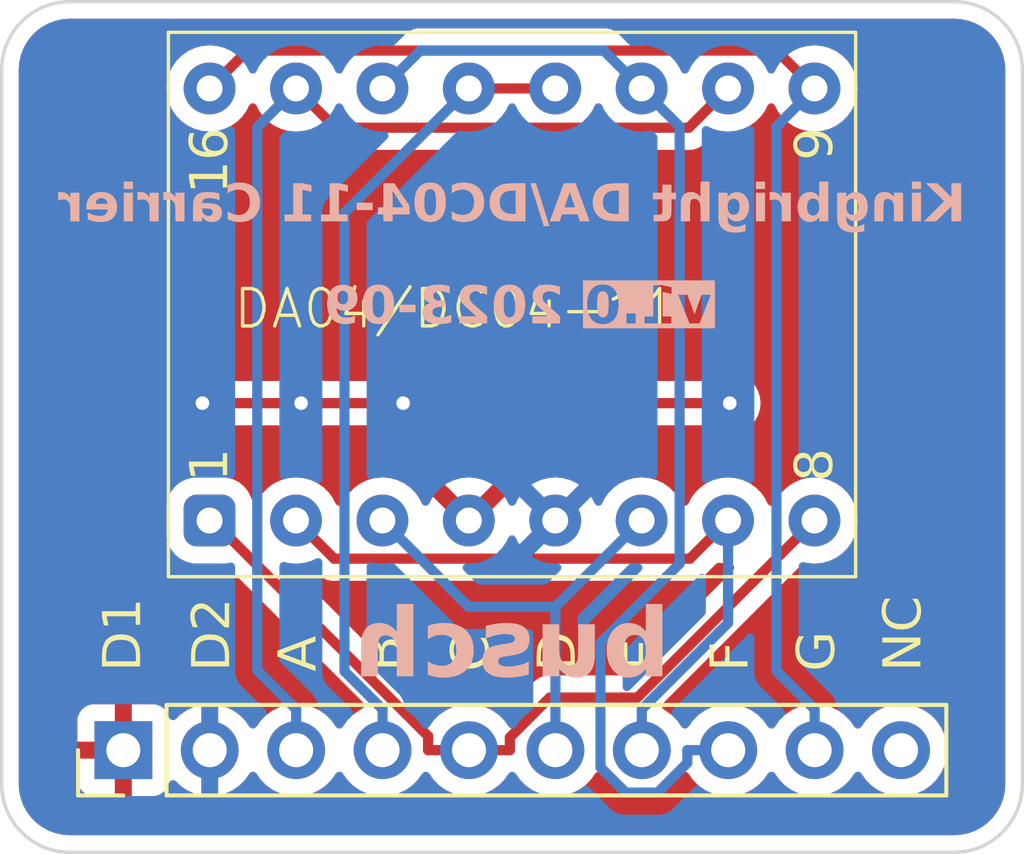
<source format=kicad_pcb>
(kicad_pcb (version 20221018) (generator pcbnew)
  (title_block (title "Kingbright DA/DC04-11 Carrier") (date "2023-09") (rev "v1.0"))
  (layers (0 "F.Cu" signal) (31 "B.Cu" signal) (34 "B.Paste" user) (35 "F.Paste" user) (36 "B.SilkS" user "B.Silkscreen") (37 "F.SilkS" user "F.Silkscreen") (38 "B.Mask" user) (39 "F.Mask" user) (44 "Edge.Cuts" user))
  (net 0 "")
  (net 1 "/DIG_1")
  (net 2 "/DIG_2")
  (net 3 "/A")
  (net 4 "/B")
  (net 5 "/C")
  (net 6 "/D")
  (net 7 "/E")
  (net 8 "/F")
  (net 9 "/G")
  (footprint "Connector_PinHeader_2.54mm:PinHeader_1x10_P2.54mm_Vertical" (layer "F.Cu") (at 43.575 62 90)
    (fp_text reference "J1" hide)
    (fp_text value "Conn_01x10_Pin" hide)
    (fp_line (start -1.33 -1.33) (end 0 -1.33) (stroke (width 0.12)) (layer "F.SilkS"))
    (fp_line (start -1.33 0) (end -1.33 -1.33) (stroke (width 0.12)) (layer "F.SilkS"))
    (fp_line (start -1.33 1.27) (end -1.33 24.19) (stroke (width 0.12)) (layer "F.SilkS"))
    (fp_line (start -1.33 1.27) (end 1.33 1.27) (stroke (width 0.12)) (layer "F.SilkS"))
    (fp_line (start -1.33 24.19) (end 1.33 24.19) (stroke (width 0.12)) (layer "F.SilkS"))
    (fp_line (start 1.33 1.27) (end 1.33 24.19) (stroke (width 0.12)) (layer "F.SilkS"))
    (pad "1" thru_hole rect (at 0 0 90) (size 1.7 1.7) (drill 1) (layers "*.Cu" "*.Mask") (net 1 "/DIG_1"))
    (pad "2" thru_hole oval (at 0 2.54 90) (size 1.7 1.7) (drill 1) (layers "*.Cu" "*.Mask") (net 2 "/DIG_2"))
    (pad "3" thru_hole oval (at 0 5.08 90) (size 1.7 1.7) (drill 1) (layers "*.Cu" "*.Mask") (net 3 "/A"))
    (pad "4" thru_hole oval (at 0 7.62 90) (size 1.7 1.7) (drill 1) (layers "*.Cu" "*.Mask") (net 4 "/B"))
    (pad "5" thru_hole oval (at 0 10.16 90) (size 1.7 1.7) (drill 1) (layers "*.Cu" "*.Mask") (net 5 "/C"))
    (pad "6" thru_hole oval (at 0 12.7 90) (size 1.7 1.7) (drill 1) (layers "*.Cu" "*.Mask") (net 6 "/D"))
    (pad "7" thru_hole oval (at 0 15.24 90) (size 1.7 1.7) (drill 1) (layers "*.Cu" "*.Mask") (net 7 "/E"))
    (pad "8" thru_hole oval (at 0 17.78 90) (size 1.7 1.7) (drill 1) (layers "*.Cu" "*.Mask") (net 8 "/F"))
    (pad "9" thru_hole oval (at 0 20.32 90) (size 1.7 1.7) (drill 1) (layers "*.Cu" "*.Mask") (net 9 "/G"))
    (pad "10" thru_hole oval (at 0 22.86 90) (size 1.7 1.7) (drill 1) (layers "*.Cu" "*.Mask"))
  )
  (footprint "HB-Custom-Parts:DA04-11GWA" (layer "F.Cu") (at 44.9 56.9)
    (fp_text reference "DA04/DC04-11" (at 8.44 -7.874 unlocked) (layer "F.SilkS") (effects (font (size 1.1 1.1) (thickness 0.1))))
    (fp_text value "DA04-11GWA" hide)
    (fp_text user "16" (at 1.27 -13.208 90 unlocked) (layer "F.SilkS") (effects (font (size 1.1 1.1) (thickness 0.1)) (justify right)))
    (fp_text user "8" (at 19.05 -2.794 90 unlocked) (layer "F.SilkS") (effects (font (size 1.1 1.1) (thickness 0.1)) (justify left)))
    (fp_text user "1" (at 1.27 -2.794 90 unlocked) (layer "F.SilkS") (effects (font (size 1.1 1.1) (thickness 0.1)) (justify left)))
    (fp_text user "9" (at 19.05 -13.208 90 unlocked) (layer "F.SilkS") (effects (font (size 1.1 1.1) (thickness 0.1)) (justify right)))
    (fp_line (start 0 -16) (end 0 0) (stroke (width 0.1)) (layer "F.SilkS"))
    (fp_line (start 0 0) (end 20.2 0) (stroke (width 0.1)) (layer "F.SilkS"))
    (fp_line (start 20.2 -16) (end 0 -16) (stroke (width 0.1)) (layer "F.SilkS"))
    (fp_line (start 20.2 0) (end 20.2 -16) (stroke (width 0.1)) (layer "F.SilkS"))
    (pad "1" thru_hole roundrect (at 1.21 -1.65) (size 1.524 1.524) (drill 0.762) (layers "*.Cu" "*.Mask") (net 5 "/C"))
    (pad "2" thru_hole circle (at 3.75 -1.65) (size 1.524 1.524) (drill 0.762) (layers "*.Cu" "*.Mask") (net 7 "/E"))
    (pad "3" thru_hole circle (at 6.29 -1.65) (size 1.524 1.524) (drill 0.762) (layers "*.Cu" "*.Mask") (net 6 "/D"))
    (pad "4" thru_hole circle (at 8.83 -1.65) (size 1.524 1.524) (drill 0.762) (layers "*.Cu" "*.Mask") (net 1 "/DIG_1"))
    (pad "5" thru_hole circle (at 11.37 -1.65) (size 1.524 1.524) (drill 0.762) (layers "*.Cu" "*.Mask") (net 2 "/DIG_2"))
    (pad "6" thru_hole circle (at 13.91 -1.65) (size 1.524 1.524) (drill 0.762) (layers "*.Cu" "*.Mask") (net 6 "/D"))
    (pad "7" thru_hole circle (at 16.45 -1.65) (size 1.524 1.524) (drill 0.762) (layers "*.Cu" "*.Mask") (net 7 "/E"))
    (pad "8" thru_hole circle (at 18.99 -1.65) (size 1.524 1.524) (drill 0.762) (layers "*.Cu" "*.Mask") (net 5 "/C"))
    (pad "9" thru_hole circle (at 18.99 -14.35) (size 1.524 1.524) (drill 0.762) (layers "*.Cu" "*.Mask") (net 9 "/G"))
    (pad "10" thru_hole circle (at 16.45 -14.35) (size 1.524 1.524) (drill 0.762) (layers "*.Cu" "*.Mask") (net 3 "/A"))
    (pad "11" thru_hole circle (at 13.91 -14.35) (size 1.524 1.524) (drill 0.762) (layers "*.Cu" "*.Mask") (net 8 "/F"))
    (pad "12" thru_hole circle (at 11.37 -14.35) (size 1.524 1.524) (drill 0.762) (layers "*.Cu" "*.Mask") (net 4 "/B"))
    (pad "13" thru_hole circle (at 8.83 -14.35) (size 1.524 1.524) (drill 0.762) (layers "*.Cu" "*.Mask") (net 4 "/B"))
    (pad "14" thru_hole circle (at 6.29 -14.35) (size 1.524 1.524) (drill 0.762) (layers "*.Cu" "*.Mask") (net 8 "/F"))
    (pad "15" thru_hole circle (at 3.75 -14.35) (size 1.524 1.524) (drill 0.762) (layers "*.Cu" "*.Mask") (net 3 "/A"))
    (pad "16" thru_hole circle (at 1.21 -14.35) (size 1.524 1.524) (drill 0.762) (layers "*.Cu" "*.Mask") (net 9 "/G"))
  )
  (gr_arc (start 42 65) (mid 40.585786 64.414214) (end 40 63) (stroke (width 0.1)) (layer "Edge.Cuts"))
  (gr_arc (start 70 63) (mid 69.414214 64.414214) (end 68 65) (stroke (width 0.1)) (layer "Edge.Cuts"))
  (gr_line (start 42 40) (end 68 40) (stroke (width 0.1)) (layer "Edge.Cuts"))
  (gr_line (start 40 42) (end 40 63) (stroke (width 0.1)) (layer "Edge.Cuts"))
  (gr_line (start 70 63) (end 70 42) (stroke (width 0.1)) (layer "Edge.Cuts"))
  (gr_line (start 42 65) (end 68 65) (stroke (width 0.1)) (layer "Edge.Cuts"))
  (gr_arc (start 68 40) (mid 69.414214 40.585786) (end 70 42) (stroke (width 0.1)) (layer "Edge.Cuts"))
  (gr_arc (start 40 42) (mid 40.585786 40.585786) (end 42 40) (stroke (width 0.1)) (layer "Edge.Cuts"))
  (gr_text "${REVISION}" (at 67.3 42 270) (layer "F.Cu") (effects (font (size 1 1) (thickness 0.2) bold) (justify left)))
  (gr_text "${ISSUE_DATE}" (at 53 49) (layer "B.SilkS") (effects (font (size 1.1 1.1) (thickness 0.2) bold) (justify mirror)))
  (gr_text "${REVISION}" (at 59 49) (layer "B.SilkS" knockout) (effects (font (size 1.1 1.1) (thickness 0.2) bold) (justify mirror)))
  (gr_text "${TITLE}" (at 55 46) (layer "B.SilkS") (effects (font (size 1.1 1.1) (thickness 0.2) bold) (justify mirror)))
  (gr_text "busch" (at 55 59) (layer "B.SilkS") (effects (font (size 2 2) (thickness 0.3) bold) (justify mirror)))
  (gr_text "D1" (at 43.6118 59.69 90) (layer "F.SilkS") (effects (font (size 1.1 1.1)) (justify left)))
  (gr_text "C" (at 53.848 59.69 90) (layer "F.SilkS") (effects (font (size 1.1 1.1)) (justify left)))
  (gr_text "F" (at 61.468 59.69 90) (layer "F.SilkS") (effects (font (size 1.1 1.1)) (justify left)))
  (gr_text "D2" (at 46.228 59.69 90) (layer "F.SilkS") (effects (font (size 1.1 1.1)) (justify left)))
  (gr_text "NC" (at 66.548 59.69 90) (layer "F.SilkS") (effects (font (size 1.1 1.1)) (justify left)))
  (gr_text "A" (at 48.768 59.69 90) (layer "F.SilkS") (effects (font (size 1.1 1.1)) (justify left)))
  (gr_text "E" (at 58.928 59.69 90) (layer "F.SilkS") (effects (font (size 1.1 1.1)) (justify left)))
  (gr_text "B" (at 51.308 59.69 90) (layer "F.SilkS") (effects (font (size 1.1 1.1)) (justify left)))
  (gr_text "D" (at 56.388 59.69 90) (layer "F.SilkS") (effects (font (size 1.1 1.1)) (justify left)))
  (gr_text "G" (at 64.008 59.69 90) (layer "F.SilkS") (effects (font (size 1.1 1.1)) (justify left)))
  (segment (start 45.9 51.8) (end 48.8 51.8) (width 0.3) (layer "F.Cu") (net 2))
  (segment (start 51.8 51.8) (end 61.4 51.8) (width 0.3) (layer "F.Cu") (net 2))
  (segment (start 51.8 51.8) (end 48.8 51.8) (width 0.3) (layer "F.Cu") (net 2))
  (via (at 61.4 51.8) (size 0.8) (drill 0.4) (layers "F.Cu" "B.Cu") (net 2))
  (via (at 51.8 51.8) (size 0.8) (drill 0.4) (layers "F.Cu" "B.Cu") (net 2))
  (via (at 48.8 51.8) (size 0.8) (drill 0.4) (layers "F.Cu" "B.Cu") (net 2))
  (via (at 45.9 51.8) (size 0.8) (drill 0.4) (layers "F.Cu" "B.Cu") (net 2))
  (segment (start 48.65 42.55) (end 49.8038 43.7038) (width 0.3) (layer "F.Cu") (net 3))
  (segment (start 60.1962 43.7038) (end 61.35 42.55) (width 0.3) (layer "F.Cu") (net 3))
  (segment (start 49.8038 43.7038) (end 60.1962 43.7038) (width 0.3) (layer "F.Cu") (net 3))
  (segment (start 48.65 42.55) (end 47.5113 43.6887) (width 0.3) (layer "B.Cu") (net 3))
  (segment (start 48.655 62) (end 48.655 60.7981) (width 0.3) (layer "B.Cu") (net 3))
  (segment (start 47.5113 59.6544) (end 48.655 60.7981) (width 0.3) (layer "B.Cu") (net 3))
  (segment (start 47.5113 43.6887) (end 47.5113 59.6544) (width 0.3) (layer "B.Cu") (net 3))
  (segment (start 53.73 42.55) (end 56.27 42.55) (width 0.3) (layer "F.Cu") (net 4))
  (segment (start 51.195 62) (end 51.195 60.7981) (width 0.3) (layer "B.Cu") (net 4))
  (segment (start 50.0758 59.6789) (end 51.195 60.7981) (width 0.3) (layer "B.Cu") (net 4))
  (segment (start 53.73 42.55) (end 50.0758 46.2042) (width 0.3) (layer "B.Cu") (net 4))
  (segment (start 50.0758 46.2042) (end 50.0758 59.6789) (width 0.3) (layer "B.Cu") (net 4))
  (segment (start 54.9369 61.6264) (end 54.9369 62) (width 0.3) (layer "F.Cu") (net 5))
  (segment (start 56.1101 60.4532) (end 54.9369 61.6264) (width 0.3) (layer "F.Cu") (net 5))
  (segment (start 58.6868 60.4532) (end 56.1101 60.4532) (width 0.3) (layer "F.Cu") (net 5))
  (segment (start 46.1956 55.25) (end 52.5331 61.5875) (width 0.3) (layer "F.Cu") (net 5))
  (segment (start 53.735 62) (end 52.5331 62) (width 0.3) (layer "F.Cu") (net 5))
  (segment (start 63.89 55.25) (end 58.6868 60.4532) (width 0.3) (layer "F.Cu") (net 5))
  (segment (start 46.11 55.25) (end 46.1956 55.25) (width 0.3) (layer "F.Cu") (net 5))
  (segment (start 52.5331 61.5875) (end 52.5331 62) (width 0.3) (layer "F.Cu") (net 5))
  (segment (start 53.735 62) (end 54.9369 62) (width 0.3) (layer "F.Cu") (net 5))
  (segment (start 53.725 57.785) (end 56.275 57.785) (width 0.3) (layer "B.Cu") (net 6))
  (segment (start 56.275 57.785) (end 56.275 62) (width 0.3) (layer "B.Cu") (net 6))
  (segment (start 58.81 55.25) (end 56.275 57.785) (width 0.3) (layer "B.Cu") (net 6))
  (segment (start 51.19 55.25) (end 53.725 57.785) (width 0.3) (layer "B.Cu") (net 6))
  (segment (start 61.35 55.25) (end 60.2292 56.3708) (width 0.3) (layer "F.Cu") (net 7))
  (segment (start 49.7708 56.3708) (end 48.65 55.25) (width 0.3) (layer "F.Cu") (net 7))
  (segment (start 60.2292 56.3708) (end 49.7708 56.3708) (width 0.3) (layer "F.Cu") (net 7))
  (segment (start 61.35 55.25) (end 61.35 58.2631) (width 0.3) (layer "B.Cu") (net 7))
  (segment (start 58.815 62) (end 58.815 60.7981) (width 0.3) (layer "B.Cu") (net 7))
  (segment (start 61.35 58.2631) (end 58.815 60.7981) (width 0.3) (layer "B.Cu") (net 7))
  (segment (start 60.1531 62.3736) (end 60.1531 62) (width 0.3) (layer "B.Cu") (net 8))
  (segment (start 51.19 42.55) (end 52.3042 41.4358) (width 0.3) (layer "B.Cu") (net 8))
  (segment (start 52.3042 41.4358) (end 57.6958 41.4358) (width 0.3) (layer "B.Cu") (net 8))
  (segment (start 57.6002 62.5038) (end 58.3431 63.2467) (width 0.3) (layer "B.Cu") (net 8))
  (segment (start 58.81 42.55) (end 59.9262 43.6662) (width 0.3) (layer "B.Cu") (net 8))
  (segment (start 59.9262 43.6662) (end 59.9262 56.5162) (width 0.3) (layer "B.Cu") (net 8))
  (segment (start 59.9262 56.5162) (end 57.6002 58.8422) (width 0.3) (layer "B.Cu") (net 8))
  (segment (start 57.6958 41.4358) (end 58.81 42.55) (width 0.3) (layer "B.Cu") (net 8))
  (segment (start 58.3431 63.2467) (end 59.28 63.2467) (width 0.3) (layer "B.Cu") (net 8))
  (segment (start 61.355 62) (end 60.1531 62) (width 0.3) (layer "B.Cu") (net 8))
  (segment (start 59.28 63.2467) (end 60.1531 62.3736) (width 0.3) (layer "B.Cu") (net 8))
  (segment (start 57.6002 58.8422) (end 57.6002 62.5038) (width 0.3) (layer "B.Cu") (net 8))
  (segment (start 47.2242 41.4358) (end 62.7758 41.4358) (width 0.3) (layer "F.Cu") (net 9))
  (segment (start 62.7758 41.4358) (end 63.89 42.55) (width 0.3) (layer "F.Cu") (net 9))
  (segment (start 46.11 42.55) (end 47.2242 41.4358) (width 0.3) (layer "F.Cu") (net 9))
  (segment (start 62.7739 43.6661) (end 62.7739 59.677) (width 0.3) (layer "B.Cu") (net 9))
  (segment (start 62.7739 59.677) (end 63.895 60.7981) (width 0.3) (layer "B.Cu") (net 9))
  (segment (start 63.895 62) (end 63.895 60.7981) (width 0.3) (layer "B.Cu") (net 9))
  (segment (start 63.89 42.55) (end 62.7739 43.6661) (width 0.3) (layer "B.Cu") (net 9))
  (zone (net 1) (net_name "/DIG_1") (layer "F.Cu") (connect_pads (clearance 0.5)) (min_thickness 0.25) (fill yes (thermal_gap 0.5) (thermal_bridge_width 0.5) (island_removal_mode 1) (island_area_min 10))
    (polygon (pts (xy 40 40) (xy 70 40) (xy 70 65) (xy 40 65)))
  )
  (zone (net 2) (net_name "/DIG_2") (layer "B.Cu") (priority 1) (connect_pads (clearance 0.5)) (min_thickness 0.25) (fill yes (thermal_gap 0.5) (thermal_bridge_width 0.5) (island_removal_mode 1) (island_area_min 10))
    (polygon (pts (xy 40 40) (xy 70 40) (xy 70 65) (xy 40 65)))
  )
)
</source>
